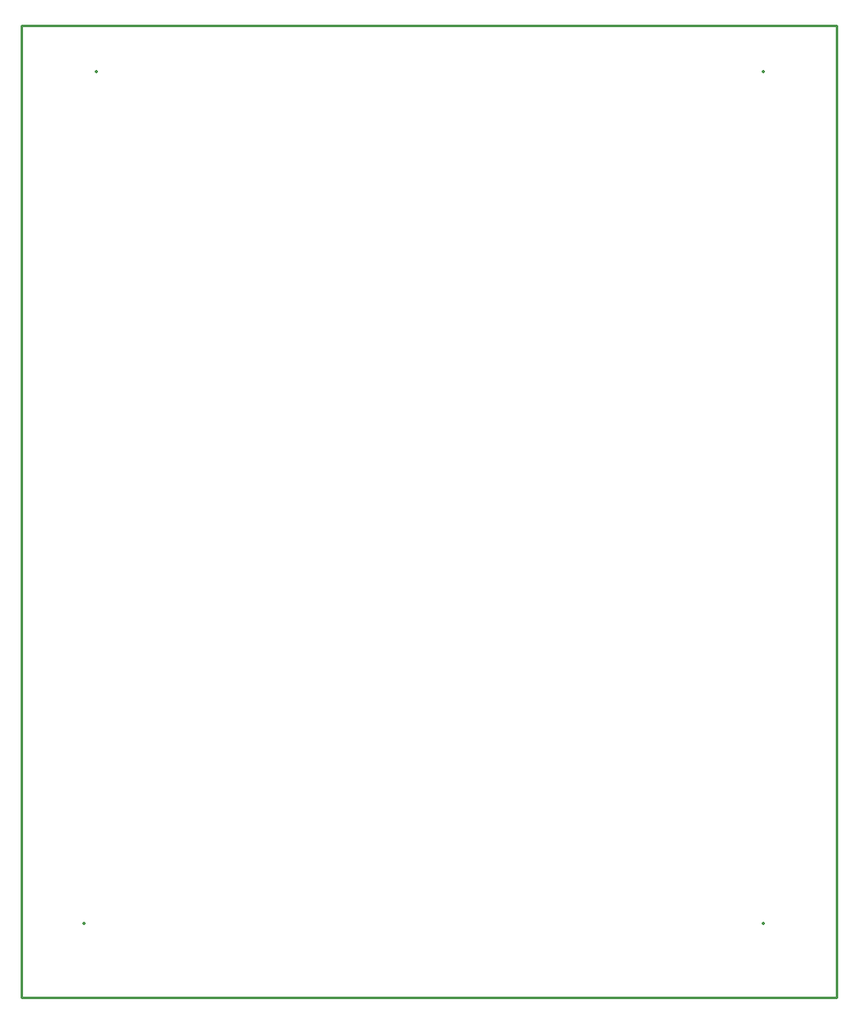
<source format=gbr>
G04 EAGLE Gerber RS-274X export*
G75*
%MOMM*%
%FSLAX34Y34*%
%LPD*%
%IN*%
%IPPOS*%
%AMOC8*
5,1,8,0,0,1.08239X$1,22.5*%
G01*
%ADD10C,0.254000*%


D10*
X0Y0D02*
X838000Y0D01*
X838000Y1000000D01*
X0Y1000000D01*
X0Y0D01*
X76606Y952419D02*
X76545Y952270D01*
X76430Y952155D01*
X76281Y952094D01*
X76119Y952094D01*
X75970Y952155D01*
X75855Y952270D01*
X75794Y952419D01*
X75794Y952581D01*
X75855Y952730D01*
X75970Y952845D01*
X76119Y952906D01*
X76281Y952906D01*
X76430Y952845D01*
X76545Y952730D01*
X76606Y952581D01*
X76606Y952419D01*
X762406Y952419D02*
X762345Y952270D01*
X762230Y952155D01*
X762081Y952094D01*
X761919Y952094D01*
X761770Y952155D01*
X761655Y952270D01*
X761594Y952419D01*
X761594Y952581D01*
X761655Y952730D01*
X761770Y952845D01*
X761919Y952906D01*
X762081Y952906D01*
X762230Y952845D01*
X762345Y952730D01*
X762406Y952581D01*
X762406Y952419D01*
X63906Y76119D02*
X63845Y75970D01*
X63730Y75855D01*
X63581Y75794D01*
X63419Y75794D01*
X63270Y75855D01*
X63155Y75970D01*
X63094Y76119D01*
X63094Y76281D01*
X63155Y76430D01*
X63270Y76545D01*
X63419Y76606D01*
X63581Y76606D01*
X63730Y76545D01*
X63845Y76430D01*
X63906Y76281D01*
X63906Y76119D01*
X762406Y76119D02*
X762345Y75970D01*
X762230Y75855D01*
X762081Y75794D01*
X761919Y75794D01*
X761770Y75855D01*
X761655Y75970D01*
X761594Y76119D01*
X761594Y76281D01*
X761655Y76430D01*
X761770Y76545D01*
X761919Y76606D01*
X762081Y76606D01*
X762230Y76545D01*
X762345Y76430D01*
X762406Y76281D01*
X762406Y76119D01*
X76606Y952419D02*
X76545Y952270D01*
X76430Y952155D01*
X76281Y952094D01*
X76119Y952094D01*
X75970Y952155D01*
X75855Y952270D01*
X75794Y952419D01*
X75794Y952581D01*
X75855Y952730D01*
X75970Y952845D01*
X76119Y952906D01*
X76281Y952906D01*
X76430Y952845D01*
X76545Y952730D01*
X76606Y952581D01*
X76606Y952419D01*
M02*

</source>
